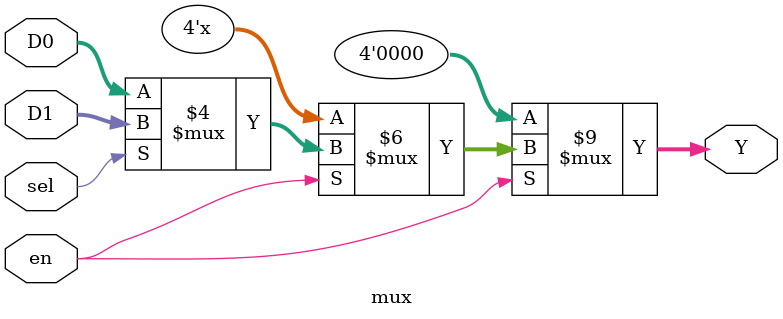
<source format=sv>
`timescale 1ns/1ps

module mux(

	input logic en,
	input logic [3:0] D0,
	input logic [3:0] D1,
	input logic sel,
	output logic [3:0] Y

);

	always_comb begin
	if(en)begin
		
		if(sel)begin
			Y=D1;
		end else begin
			Y=D0;
		end
	end else Y=4'b0000;
	end


endmodule

</source>
